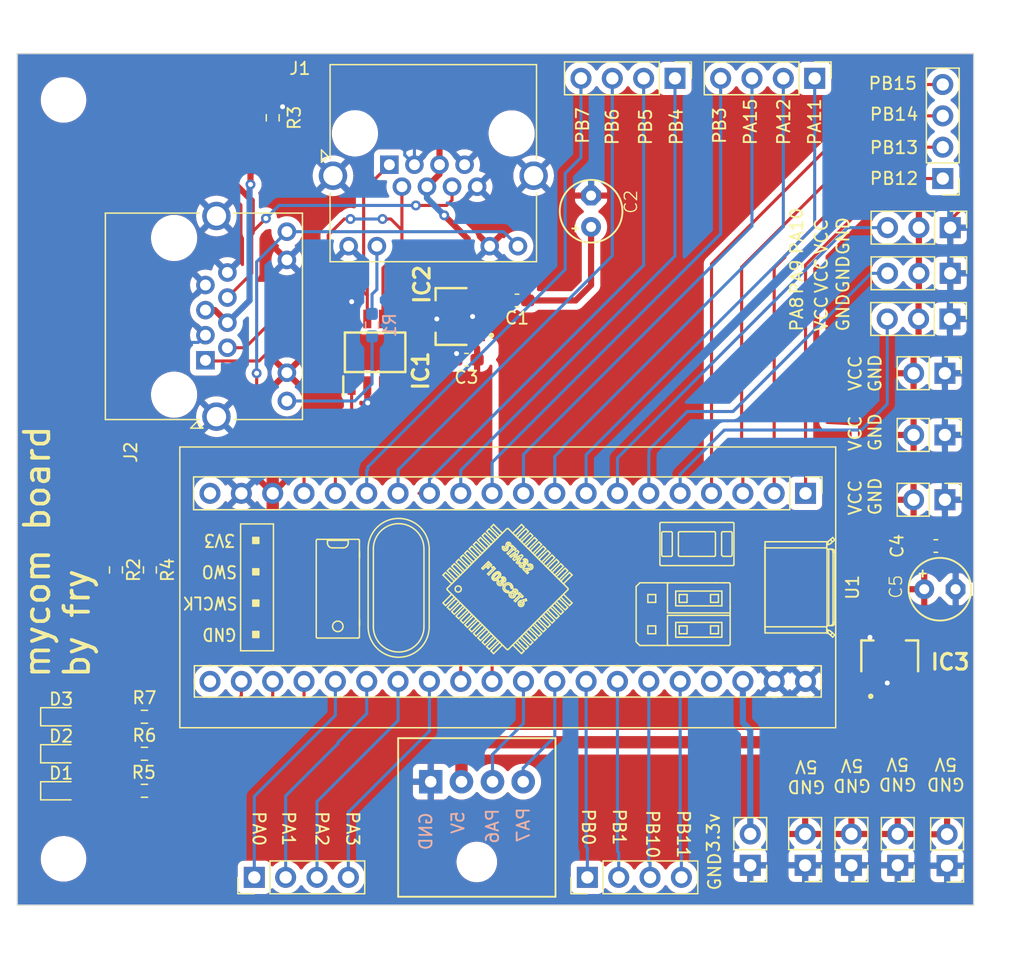
<source format=kicad_pcb>
(kicad_pcb (version 20221018) (generator pcbnew)
  (layers (0 "F.Cu" signal) (31 "B.Cu" signal) (34 "B.Paste" user) (35 "F.Paste" user) (36 "B.SilkS" user "B.Silkscreen") (37 "F.SilkS" user "F.Silkscreen") (38 "B.Mask" user) (39 "F.Mask" user) (44 "Edge.Cuts" user))
  (net 0 "")
  (net 1 "GND")
  (net 2 "5V")
  (net 3 "VCC")
  (net 4 "Net-(D1-A)")
  (net 5 "Net-(D2-A)")
  (net 6 "Net-(D3-A)")
  (net 7 "CAN_TX")
  (net 8 "CAN_RX")
  (net 9 "Net-(IC1-CANL)")
  (net 10 "Net-(IC1-CANH)")
  (net 11 "EMS_button")
  (net 12 "Net-(J1-Pad10)")
  (net 13 "LED_CAN")
  (net 14 "Net-(J2-Pad9)")
  (net 15 "servo0")
  (net 16 "servo1")
  (net 17 "servo2")
  (net 18 "Net-(J7-Pin_1)")
  (net 19 "Net-(J7-Pin_2)")
  (net 20 "Net-(J7-Pin_3)")
  (net 21 "Net-(J7-Pin_4)")
  (net 22 "Net-(J8-Pin_1)")
  (net 23 "Net-(J8-Pin_2)")
  (net 24 "Net-(J8-Pin_3)")
  (net 25 "Net-(J8-Pin_4)")
  (net 26 "/ENC_A")
  (net 27 "/ENC_B")
  (net 28 "Net-(J10-Pin_1)")
  (net 29 "Net-(J10-Pin_2)")
  (net 30 "Net-(J10-Pin_3)")
  (net 31 "Net-(J10-Pin_4)")
  (net 32 "Net-(J11-Pin_1)")
  (net 33 "Net-(J11-Pin_2)")
  (net 34 "Net-(J11-Pin_3)")
  (net 35 "Net-(J11-Pin_4)")
  (net 36 "Net-(J12-Pin_1)")
  (net 37 "Net-(J12-Pin_2)")
  (net 38 "Net-(J12-Pin_3)")
  (net 39 "Net-(J12-Pin_4)")
  (net 40 "3v3")
  (net 41 "EMS")
  (net 42 "LED0")
  (net 43 "LED1")
  (net 44 "LED2")
  (net 47 "/CAN_ENA")
  (net 48 "Net-(U1-PA5)")
  (footprint "Resistor_SMD:R_0603_1608Metric_Pad0.98x0.95mm_HandSolder" (layer "F.Cu") (at 57.80625 112.735625 180)
    (fp_text reference "R6")
    (fp_text value "1k")
  )
  (footprint "Connector_PinHeader_2.54mm:PinHeader_1x02_P2.54mm_Vertical" (layer "F.Cu") (at 115.1 121.775 180)
    (fp_text reference "J16" hide)
    (fp_text value "Conn_01x02_Pin")
  )
  (footprint "Resistor_SMD:R_0603_1608Metric_Pad0.98x0.95mm_HandSolder" (layer "F.Cu") (at 57.80625 109.735625 180)
    (fp_text reference "R7")
    (fp_text value "1k")
  )
  (footprint "Connector_PinHeader_2.54mm:PinHeader_1x04_P2.54mm_Vertical" (layer "F.Cu") (at 112.12 58 -90)
    (fp_text reference "J11" hide)
    (fp_text value "Conn_01x04_Pin")
  )
  (footprint "Connector_RJ:RJ45_Amphenol_RJHSE538X" (layer "F.Cu") (at 62.75 80.846 90)
    (fp_text reference "J2")
    (fp_text value "RJ45_LED_Shielded")
  )
  (footprint "MountingHole:MountingHole_3.2mm_M3" (layer "F.Cu") (at 51.25 121.25)
    (fp_text reference "H2" hide)
    (fp_text value "MountingHole")
  )
  (footprint "Connector_PinHeader_2.54mm:PinHeader_1x04_P2.54mm_Vertical" (layer "F.Cu") (at 93.7 122.75 90)
    (fp_text reference "J10" hide)
    (fp_text value "Conn_01x04_Pin")
  )
  (footprint "LED_SMD:LED_0603_1608Metric_Pad1.05x0.95mm_HandSolder" (layer "F.Cu") (at 51.05625 115.735625)
    (fp_text reference "D1")
    (fp_text value "D")
  )
  (footprint "LED_SMD:LED_0603_1608Metric_Pad1.05x0.95mm_HandSolder" (layer "F.Cu") (at 51.05625 112.735625)
    (fp_text reference "D2")
    (fp_text value "D")
  )
  (footprint "LED_SMD:LED_0603_1608Metric_Pad1.05x0.95mm_HandSolder" (layer "F.Cu") (at 51.05625 109.735625)
    (fp_text reference "D3")
    (fp_text value "D")
  )
  (footprint "Connector_PinHeader_2.54mm:PinHeader_1x04_P2.54mm_Vertical" (layer "F.Cu") (at 66.71 122.75 90)
    (fp_text reference "J7" hide)
    (fp_text value "Conn_01x04_Pin")
  )
  (footprint "Library:encoder_connect" (layer "F.Cu") (at 84.7462 118.25 180)
    (fp_text reference "J9" hide)
    (fp_text value "Conn_01x04_Pin")
  )
  (footprint "Connector_PinHeader_2.54mm:PinHeader_1x03_P2.54mm_Vertical" (layer "F.Cu") (at 123.08 77.5 -90)
    (fp_text reference "J3" hide)
    (fp_text value "Conn_01x03_Pin")
  )
  (footprint "Connector_PinHeader_2.54mm:PinHeader_1x04_P2.54mm_Vertical" (layer "F.Cu") (at 122.5 66.12 180)
    (fp_text reference "J12" hide)
    (fp_text value "Conn_01x04_Pin")
  )
  (footprint "Capacitor_SMD:C_0603_1608Metric_Pad1.08x0.95mm_HandSolder" (layer "F.Cu") (at 88 76 180)
    (fp_text reference "C1")
    (fp_text value "47u")
  )
  (footprint "Library:4-PIN-HSOP" (layer "F.Cu") (at 82.65 77.3 90)
    (fp_text reference "IC2")
    (fp_text value "TA78L05F_F_" hide)
  )
  (footprint "Library:big_cap" (layer "F.Cu") (at 97.73 68.008 90)
    (fp_text reference "C2")
    (fp_text value "100n")
  )
  (footprint "Connector_PinHeader_2.54mm:PinHeader_1x02_P2.54mm_Vertical" (layer "F.Cu") (at 106.9 121.775 180)
    (fp_text reference "J18" hide)
    (fp_text value "Conn_01x02_Pin")
  )
  (footprint "Library:NCV7351D1ER2G" (layer "F.Cu") (at 76.5 80.2 90)
    (fp_text reference "IC1")
    (fp_text value "NCV7351D1ER2G" hide)
  )
  (footprint "Connector_PinHeader_2.54mm:PinHeader_1x02_P2.54mm_Vertical" (layer "F.Cu") (at 122.675 86.9 -90)
    (fp_text reference "J19" hide)
    (fp_text value "Conn_01x02_Pin")
  )
  (footprint "Resistor_SMD:R_0603_1608Metric_Pad0.98x0.95mm_HandSolder" (layer "F.Cu") (at 58.25 97.8375 -90)
    (fp_text reference "R4")
    (fp_text value "100")
  )
  (footprint "Resistor_SMD:R_0603_1608Metric_Pad0.98x0.95mm_HandSolder" (layer "F.Cu") (at 57.80625 115.735625 180)
    (fp_text reference "R5")
    (fp_text value "1k")
  )
  (footprint "Connector_PinHeader_2.54mm:PinHeader_1x02_P2.54mm_Vertical" (layer "F.Cu") (at 122.675 81.9 -90)
    (fp_text reference "J6" hide)
    (fp_text value "Conn_01x02_Pin")
  )
  (footprint "Connector_PinHeader_2.54mm:PinHeader_1x02_P2.54mm_Vertical" (layer "F.Cu") (at 118.85 121.775 180)
    (fp_text reference "J15" hide)
    (fp_text value "Conn_01x02_Pin")
  )
  (footprint "Connector_PinHeader_2.54mm:PinHeader_1x03_P2.54mm_Vertical" (layer "F.Cu") (at 123.105 70.1 -90)
    (fp_text reference "J5" hide)
    (fp_text value "Conn_01x03_Pin")
  )
  (footprint "MountingHole:MountingHole_3.2mm_M3" (layer "F.Cu") (at 51.25 59.75)
    (fp_text reference "H1" hide)
    (fp_text value "MountingHole")
  )
  (footprint "Connector_PinHeader_2.54mm:PinHeader_1x02_P2.54mm_Vertical" (layer "F.Cu") (at 111.35 121.775 180)
    (fp_text reference "J17" hide)
    (fp_text value "Conn_01x02_Pin")
  )
  (footprint "Resistor_SMD:R_0603_1608Metric_Pad0.98x0.95mm_HandSolder" (layer "F.Cu") (at 55.5 97.8375 -90)
    (fp_text reference "R2")
    (fp_text value "1k")
  )
  (footprint "Resistor_SMD:R_0603_1608Metric_Pad0.98x0.95mm_HandSolder" (layer "F.Cu") (at 68.2 61.2 -90)
    (fp_text reference "R3")
    (fp_text value "100k")
  )
  (footprint "Library:big_cap" (layer "F.Cu") (at 123.032 103.13)
    (fp_text reference "C5")
    (fp_text value "100n")
  )
  (footprint "Capacitor_SMD:C_0603_1608Metric_Pad1.08x0.95mm_HandSolder" (layer "F.Cu") (at 83.9 80.8 180)
    (fp_text reference "C3")
    (fp_text value "330n")
  )
  (footprint "Library:YAAJ_BluePill_1" (layer "F.Cu") (at 111.38 91.63 -90)
    (fp_text reference "U1")
    (fp_text value "~" hide)
  )
  (footprint "Library:4-PIN-HSOP" (layer "F.Cu") (at 118.2 104.8)
    (fp_text reference "IC3")
    (fp_text value "TA78L05F_F_" hide)
  )
  (footprint "Connector_PinHeader_2.54mm:PinHeader_1x04_P2.54mm_Vertical" (layer "F.Cu") (at 100.8 58 -90)
    (fp_text reference "J8" hide)
    (fp_text value "Conn_01x04_Pin")
  )
  (footprint "Connector_PinHeader_2.54mm:PinHeader_1x02_P2.54mm_Vertical" (layer "F.Cu") (at 122.675 92.15 -90)
    (fp_text reference "J20" hide)
    (fp_text value "Conn_01x02_Pin")
  )
  (footprint "Connector_PinHeader_2.54mm:PinHeader_1x03_P2.54mm_Vertical" (layer "F.Cu") (at 123.105 73.8 -90)
    (fp_text reference "J4" hide)
    (fp_text value "Conn_01x03_Pin")
  )
  (footprint "Capacitor_SMD:C_0603_1608Metric_Pad1.08x0.95mm_HandSolder" (layer "F.Cu") (at 121.9375 95.9)
    (fp_text reference "C4")
    (fp_text value "47u")
  )
  (footprint "Connector_RJ:RJ45_Amphenol_RJHSE538X" (layer "F.Cu") (at 77.654 65)
    (fp_text reference "J1")
    (fp_text value "RJ45_LED_Shielded")
  )
  (footprint "Connector_PinHeader_2.54mm:PinHeader_1x02_P2.54mm_Vertical" (layer "F.Cu") (at 122.85 121.8 180)
    (fp_text reference "J14" hide)
    (fp_text value "Conn_01x02_Pin")
  )
  (footprint "Resistor_SMD:R_0603_1608Metric_Pad0.98x0.95mm_HandSolder" (layer "B.Cu") (at 76.25 78 90)
    (fp_text reference "R1")
    (fp_text value "100Ω")
  )
  (gr_line (start 47.5 125) (end 125 125) (stroke (width 0.1)) (layer "Edge.Cuts"))
  (gr_line (start 125 56) (end 47.5 56) (stroke (width 0.1)) (layer "Edge.Cuts"))
  (gr_line (start 125 125) (end 125 56) (stroke (width 0.1)) (layer "Edge.Cuts"))
  (gr_line (start 47.5 56) (end 47.5 125) (stroke (width 0.1)) (layer "Edge.Cuts"))
  (gr_text "PA6" (at 86.6 117.1 90) (layer "B.SilkS") (effects (font (size 1 1)) (justify left bottom mirror)))
  (gr_text "PA7" (at 89.1 117 90) (layer "B.SilkS") (effects (font (size 1 1)) (justify left bottom mirror)))
  (gr_text "5V" (at 83.8 117.3 -270) (layer "B.SilkS") (effects (font (size 1 1)) (justify left bottom mirror)))
  (gr_text "GND" (at 81.2 117.4 -270) (layer "B.SilkS") (effects (font (size 1 1)) (justify left bottom mirror)))
  (gr_text "PB10" (at 98.4 117.2 270) (layer "F.SilkS") (effects (font (size 1 1)) (justify left bottom)))
  (gr_text "GND\n5V" (at 122.75 113 180) (layer "F.SilkS") (effects (font (size 1 1)) (justify bottom)))
  (gr_text "PB1" (at 95.7 117.1 270) (layer "F.SilkS") (effects (font (size 1 1)) (justify left bottom)))
  (gr_text "PB7" (at 93.9 63.4 90) (layer "F.SilkS") (effects (font (size 1 1)) (justify left bottom)))
  (gr_text "PB14" (at 116.5 61.5) (layer "F.SilkS") (effects (font (size 1 1)) (justify left bottom)))
  (gr_text "PA9" (at 111.25 75.6 90) (layer "F.SilkS") (effects (font (size 1 1)) (justify left bottom)))
  (gr_text "GND" (at 115 75.5 90) (layer "F.SilkS") (effects (font (size 1 1)) (justify left bottom)))
  (gr_text "VCC" (at 113.25 75.5 90) (layer "F.SilkS") (effects (font (size 1 1)) (justify left bottom)))
  (gr_text "PB6" (at 96.3 63.5 90) (layer "F.SilkS") (effects (font (size 1 1)) (justify left bottom)))
  (gr_text "GND" (at 104.6 123.9 90) (layer "F.SilkS") (effects (font (size 1 1)) (justify left bottom)))
  (gr_text "PA2" (at 71.6 117.3 270) (layer "F.SilkS") (effects (font (size 1 1)) (justify left bottom)))
  (gr_text "GND\n5V" (at 115.15 113.1 180) (layer "F.SilkS") (effects (font (size 1 1)) (justify bottom)))
  (gr_text "PB4" (at 101.5 63.5 90) (layer "F.SilkS") (effects (font (size 1 1)) (justify left bottom)))
  (gr_text "3.3v" (at 104.5 120.8 90) (layer "F.SilkS") (effects (font (size 1 1)) (justify left bottom)))
  (gr_text "VCC\nGND" (at 117.6 93.5 90) (layer "F.SilkS") (effects (font (size 1 1)) (justify left bottom)))
  (gr_text "GND" (at 115 72.4 90) (layer "F.SilkS") (effects (font (size 1 1)) (justify left bottom)))
  (gr_text "PA10" (at 111.25 72.35 90) (layer "F.SilkS") (effects (font (size 1 1)) (justify left bottom)))
  (gr_text "PB13" (at 116.5 64.2) (layer "F.SilkS") (effects (font (size 1 1)) (justify left bottom)))
  (gr_text "PA12" (at 110.2 63.5 90) (layer "F.SilkS") (effects (font (size 1 1)) (justify left bottom)))
  (gr_text "VCC\nGND" (at 117.6 88.3 90) (layer "F.SilkS") (effects (font (size 1 1)) (justify left bottom)))
  (gr_text "GND\n5V" (at 118.85 113 180) (layer "F.SilkS") (effects (font (size 1 1)) (justify bottom)))
  (gr_text "GND\n5V" (at 111.45 113.2 180) (layer "F.SilkS") (effects (font (size 1 1)) (justify bottom)))
  (gr_text "mycom board\nby fry" (at 53.5 106.75 90) (layer "F.SilkS") (effects (font (size 2 2) (thickness 0.3)) (justify left bottom)))
  (gr_text "VCC" (at 113.25 72.35 90) (layer "F.SilkS") (effects (font (size 1 1)) (justify left bottom)))
  (gr_text "GND" (at 115 78.6 90) (layer "F.SilkS") (effects (font (size 1 1)) (justify left bottom)))
  (gr_text "PB15" (at 116.4 59) (layer "F.SilkS") (effects (font (size 1 1)) (justify left bottom)))
  (gr_text "PB5" (at 99 63.5 90) (layer "F.SilkS") (effects (font (size 1 1)) (justify left bottom)))
  (gr_text "PA15" (at 107.5 63.5 90) (layer "F.SilkS") (effects (font (size 1 1)) (justify left bottom)))
  (gr_text "VCC\nGND" (at 117.6 81.9 90) (layer "F.SilkS") (effects (font (size 1 1)) (justify bottom)))
  (gr_text "PA11" (at 112.7 63.5 90) (layer "F.SilkS") (effects (font (size 1 1)) (justify left bottom)))
  (gr_text "PA3" (at 74.1 117.3 270) (layer "F.SilkS") (effects (font (size 1 1)) (justify left bottom)))
  (gr_text "PB11" (at 100.9 117.2 270) (layer "F.SilkS") (effects (font (size 1 1)) (justify left bottom)))
  (gr_text "VCC" (at 113.25 78.6 90) (layer "F.SilkS") (effects (font (size 1 1)) (justify left bottom)))
  (gr_text "PA8" (at 111.25 78.6 90) (layer "F.SilkS") (effects (font (size 1 1)) (justify left bottom)))
  (gr_text "PB12" (at 116.5 66.7) (layer "F.SilkS") (effects (font (size 1 1)) (justify left bottom)))
  (gr_text "PA1" (at 68.9 117.3 270) (layer "F.SilkS") (effects (font (size 1 1)) (justify left bottom)))
  (gr_text "PA0" (at 66.5 117.3 270) (layer "F.SilkS") (effects (font (size 1 1)) (justify left bottom)))
  (gr_text "PB3" (at 105 63.4 90) (layer "F.SilkS") (effects (font (size 1 1)) (justify left bottom)))
  (gr_text "PB0" (at 93.2 117.1 270) (layer "F.SilkS") (effects (font (size 1 1)) (justify left bottom)))
  (segment (start 123.105 73.8) (end 123.105 70.1) (width 0.25) (layer "F.Cu") (net 1))
  (segment (start 116.975 103.675) (end 116.6 103.3) (width 0.25) (layer "F.Cu") (net 1))
  (segment (start 122.675 86.9) (end 122.675 81.9) (width 0.25) (layer "F.Cu") (net 1))
  (segment (start 123.105 69.495) (end 124 68.6) (width 0.25) (layer "F.Cu") (net 1))
  (segment (start 123.105 73.8) (end 123.105 76.195) (width 0.25) (layer "F.Cu") (net 1))
  (segment (start 75.865 84.265) (end 75.9 84.3) (width 0.25) (layer "F.Cu") (net 1))
  (segment (start 118.2 106.8) (end 118 107) (width 0.5) (layer "F.Cu") (net 1))
  (segment (start 74.595 77.5) (end 74.595 76.105) (width 0.25) (layer "F.Cu") (net 1))
  (segment (start 83.0375 80.3625) (end 83.1 80.3) (width 0.25) (layer "F.Cu") (net 1))
  (segment (start 74.595 76.105) (end 74.6 76.1) (width 0.25) (layer "F.Cu") (net 1))
  (segment (start 122.675 94.375) (end 122.8 94.5) (width 0.25) (layer "F.Cu") (net 1))
  (segment (start 123.08 76.22) (end 123.08 77.5) (width 0.25) (layer "F.Cu") (net 1))
  (segment (start 118.2 106.55) (end 118.2 106.8) (width 0.5) (layer "F.Cu") (net 1))
  (segment (start 122.675 86.9) (end 122.675 94.375) (width 0.25) (layer "F.Cu") (net 1))
  (segment (start 123.08 79.62) (end 123.08 77.5) (width 0.25) (layer "F.Cu") (net 1))
  (segment (start 81.525 77.475) (end 81.5 77.5) (width 0.25) (layer "F.Cu") (net 1))
  (segment (start 68.9875 60.2875) (end 69 60.3) (width 0.25) (layer "F.Cu") (net 1))
  (segment (start 118.2 103.675) (end 116.975 103.675) (width 0.25) (layer "F.Cu") (net 1))
  (segment (start 123.105 76.195) (end 123.08 76.22) (width 0.25) (layer "F.Cu") (net 1))
  (segment (start 83.0375 80.8) (end 83.0375 80.3625) (width 0.25) (layer "F.Cu") (net 1))
  (segment (start 75.865 82.9) (end 75.865 84.265) (width 0.25) (layer "F.Cu") (net 1))
  (segment (start 122.8 94.5) (end 122.8 95.9) (width 0.25) (layer "F.Cu") (net 1))
  (segment (start 122.675 80.025) (end 123.08 79.62) (width 0.25) (layer "F.Cu") (net 1))
  (segment (start 122.675 81.9) (end 122.675 80.025) (width 0.25) (layer "F.Cu") (net 1))
  (segment (start 68.2 60.2875) (end 68.9875 60.2875) (width 0.25) (layer "F.Cu") (net 1))
  (segment (start 87.1375 76) (end 87.1375 76.1625) (width 0.25) (layer "F.Cu") (net 1))
  (segment (start 81.525 77.3) (end 81.525 77.475) (width 0.25) (layer "F.Cu") (net 1))
  (via (at 75.9 84.3) (size 0.8) (drill 0.4) (layers "F.Cu" "B.Cu") (net 1))
  (via (at 81.5 77.5) (size 0.8) (drill 0.4) (layers "F.Cu" "B.Cu") (net 1))
  (via (at 84.4 77.3) (size 0.8) (drill 0.4) (layers "F.Cu" "B.Cu") (net 1))
  (via (at 74.6 76.1) (size 0.8) (drill 0.4) (layers "F.Cu" "B.Cu") (net 1))
  (via (at 83.1 80.3) (size 0.8) (drill 0.4) (layers "F.Cu" "B.Cu") (net 1))
  (via (at 116.6 103.3) (size 0.8) (drill 0.4) (layers "F.Cu" "B.Cu") (net 1))
  (via (at 69 60.3) (size 0.8) (drill 0.4) (layers "F.Cu" "B.Cu") (net 1))
  (via (at 118 107) (size 0.8) (drill 0.4) (layers "F.Cu" "B.Cu") (net 1))
  (segment (start 62.75 78.814) (end 62.164 79.4) (width 0.25) (layer "B.Cu") (net 1))
  (segment (start 79.686 65) (end 78.9 64.214) (width 0.25) (layer "B.Cu") (net 1))
  (segment (start 79.686 65) (end 79.686 63.614) (width 0.25) (layer "B.Cu") (net 1))
  (segment (start 62.164 79.4) (end 61.6 79.4) (width 0.25) (layer "B.Cu") (net 1))
  (segment (start 123.21 70.025) (end 123.185 70) (width 0.5) (layer "B.Cu") (net 1))
  (segment (start 78.9 64.214) (end 78.9 63.8) (width 0.25) (layer "B.Cu") (net 1))
  (segment (start 115.7 106.8) (end 115.1 106.2) (width 1) (layer "F.Cu") (net 2))
  (segment (start 108 95.2) (end 69.2 95.2) (width 1) (layer "F.Cu") (net 2))
  (segment (start 84.7625 79.8625) (end 84.7625 80.8) (width 0.5) (layer "F.Cu") (net 2))
  (segment (start 84.7 111.8) (end 111 111.8) (width 1) (layer "F.Cu") (net 2))
  (segment (start 83.4962 115) (end 83.4962 113.0038) (width 1) (layer "F.Cu") (net 2))
  (segment (start 83.4962 113.0038) (end 84.7 111.8) (width 1) (layer "F.Cu") (net 2))
  (segment (start 84.65 78.8) (end 84.65 79.75) (width 0.5) (layer "F.Cu") (net 2))
  (segment (start 83.3 78.8) (end 83 79.1) (width 0.5) (layer "F.Cu") (net 2))
  (segment (start 115.1 102.3) (end 108 95.2) (width 1) (layer "F.Cu") (net 2))
  (segment (start 84.65 79.75) (end 84.7625 79.8625) (width 0.5) (layer "F.Cu") (net 2))
  (segment (start 69.2 95.2) (end 68.2 94.2) (width 1) (layer "F.Cu") (net 2))
  (segment (start 115.1 106.2) (end 115.1 102.3) (width 1) (layer "F.Cu") (net 2))
  (segment (start 78.405 78.25) (end 78.405 77.5) (width 0.5) (layer "F.Cu") (net 2))
  (segment (start 116.7 106.8) (end 115.7 106.8) (width 1) (layer "F.Cu") (net 2))
  (segment (start 83 79.1) (end 79.255 79.1) (width 0.5) (layer "F.Cu") (net 2))
  (segment (start 84.65 78.8) (end 83.3 78.8) (width 0.5) (layer "F.Cu") (net 2))
  (segment (start 79.255 79.1) (end 78.405 78.25) (width 0.5) (layer "F.Cu") (net 2))
  (segment (start 68.2 94.2) (end 68.2 90) (width 1) (layer "F.Cu") (net 2))
  (segment (start 56.89375 115.735625) (end 51.93125 115.735625) (width 0.25) (layer "F.Cu") (net 4))
  (segment (start 56.89375 112.735625) (end 51.93125 112.735625) (width 0.25) (layer "F.Cu") (net 5))
  (segment (start 56.89375 109.735625) (end 51.93125 109.735625) (width 0.25) (layer "F.Cu") (net 6))
  (segment (start 74.595 84.905) (end 70.74 88.76) (width 0.25) (layer "F.Cu") (net 7))
  (segment (start 74.595 82.9) (end 74.595 84.905) (width 0.25) (layer "F.Cu") (net 7))
  (segment (start 70.74 88.76) (end 70.74 91.63) (width 0.25) (layer "F.Cu") (net 7))
  (segment (start 78.405 83.995) (end 73.28 89.12) (width 0.25) (layer "F.Cu") (net 8))
  (segment (start 73.28 89.12) (end 73.28 91.63) (width 0.25) (layer "F.Cu") (net 8))
  (segment (start 78.405 82.9) (end 78.405 83.995) (width 0.25) (layer "F.Cu") (net 8))
  (segment (start 72.7 73.1) (end 72.7 70.7) (width 0.25) (layer "F.Cu") (net 9))
  (segment (start 78.67 70.3) (end 78.67 71.83) (width 0.25) (layer "F.Cu") (net 9))
  (segment (start 64.53 79.83) (end 65.97 79.83) (width 0.25) (layer "F.Cu") (net 9))
  (segment (start 78.67 66.78) (end 78.67 70.3) (width 0.25) (layer "F.Cu") (net 9))
  (segment (start 77.135 73.365) (end 77.135 77.5) (width 0.25) (layer "F.Cu") (net 9))
  (segment (start 72.7 70.7) (end 74 69.4) (width 0.25) (layer "F.Cu") (net 9))
  (segment (start 77.1 69.4) (end 77.77 69.4) (width 0.25) (layer "F.Cu") (net 9))
  (segment (start 65.97 79.83) (end 72.7 73.1) (width 0.25) (layer "F.Cu") (net 9))
  (segment (start 74 69.4) (end 74.5 69.4) (width 0.25) (layer "F.Cu") (net 9))
  (segment (start 77.77 69.4) (end 78.67 70.3) (width 0.25) (layer "F.Cu") (net 9))
  (segment (start 78.67 71.83) (end 77.135 73.365) (width 0.25) (layer "F.Cu") (net 9))
  (via (at 74.5 69.4) (size 0.8) (drill 0.4) (layers "F.Cu" "B.Cu") (net 9))
  (via (at 77.1 69.4) (size 0.8) (drill 0.4) (layers "F.Cu" "B.Cu") (net 9))
  (segment (start 74.5 69.4) (end 77.1 69.4) (width 0.25) (layer "B.Cu") (net 9))
  (segment (start 74.965 74.7) (end 75.865 75.6) (width 0.25) (layer "F.Cu") (net 10))
  (segment (start 62.75 80.846) (end 62.809 80.905) (width 0.25) (layer "F.Cu") (net 10))
  (segment (start 75.569 67.085) (end 75.569 73.569) (width 0.25) (layer "F.Cu") (net 10))
  (segment (start 73.3 74.7) (end 74.965 74.7) (width 0.25) (layer "F.Cu") (net 10))
  (segment (start 67.095 80.905) (end 73.3 74.7) (width 0.25) (layer "F.Cu") (net 10))
  (segment (start 75.865 73.865) (end 75.865 75.6) (width 0.25) (layer "F.Cu") (net 10))
  (segment (start 75.569 73.569) (end 75.865 73.865) (width 0.25) (layer "F.Cu") (net 10))
  (segment (start 77.654 65) (end 75.569 67.085) (width 0.25) (layer "F.Cu") (net 10))
  (segment (start 62.809 80.905) (end 67.095 80.905) (width 0.25) (layer "F.Cu") (net 10))
  (segment (start 75.865 75.6) (end 75.865 77.5) (width 0.25) (layer "F.Cu") (net 10))
  (segment (start 82.3 68.3) (end 79.8 68.3) (width 0.25) (layer "F.Cu") (net 11))
  (segment (start 64.4 65.8) (end 64.5 65.9) (width 0.25) (layer "F.Cu") (net 11))
  (segment (start 59.5 64) (end 62.55 64) (width 0.25) (layer "F.Cu") (net 11))
  (segment (start 64.5 65.9) (end 66.5 67.9) (width 0.5) (layer "F.Cu") (net 11))
  (segment (start 62.575 63.975) (end 64.5 65.9) (width 0.25) (layer "F.Cu") (net 11))
  (segment (start 66.5 70.5) (end 66.5 73.796) (width 0.25) (layer "F.Cu") (net 11))
  (segment (start 66.5 67.9) (end 66.5 70.5) (width 0.5) (layer "F.Cu") (net 11))
  (segment (start 55.5 96.925) (end 55.5 68) (width 0.25) (layer "F.Cu") (net 11))
  (segment (start 82.734 66.78) (end 82.734 67.866) (width 0.25) (layer "F.Cu") (net 11))
  (segment (start 64.4 64.3) (end 64.4 65.8) (width 0.25) (layer "F.Cu") (net 11))
  (segment (start 82.734 67.866) (end 82.3 68.3) (width 0.25) (layer "F.Cu") (net 11))
  (segment (start 62.55 64) (end 62.575 63.975) (width 0.25) (layer "F.Cu") (net 11))
  (segment (start 55.5 68) (end 59.5 64) (width 0.25) (layer "F.Cu") (net 11))
  (segment (start 68.2 62.1125) (end 66.5875 62.1125) (width 0.25) (layer "F.Cu") (net 11))
  (segment (start 66.5875 62.1125) (end 64.4 64.3) (width 0.25) (layer "F.Cu") (net 11))
  (segment (start 66.5 73.796) (end 64.53 75.766) (width 0.25) (layer "F.Cu") (net 11))
  (segment (start 67.65 69.35) (end 66.5 70.5) (width 0.25) (layer "F.Cu") (net 11))
  (via (at 67.65 69.35) (size 0.8) (drill 0.4) (layers "F.Cu" "B.Cu") (net 11))
  (via (at 79.8 68.3) (size 0.8) (drill 0.4) (layers "F.Cu" "B.Cu") (net 11))
  (segment (start 68.7 68.3) (end 79.8 68.3) (width 0.25) (layer "B.Cu") (net 11))
  (segment (start 67.65 69.35) (end 68.7 68.3) (width 0.25) (layer "B.Cu") (net 11))
  (segment (start 76.644 71.6) (end 76.644 75.106) (width 0.25) (layer "B.Cu") (net 12))
  (segment (start 76.25 75.5) (end 76.25 77.0875) (width 0.25) (layer "B.Cu") (net 12))
  (segment (start 76.644 75.106) (end 76.25 75.5) (width 0.25) (layer "B.Cu") (net 12))
  (segment (start 66.9 81.9) (end 66.9 84.8) (width 0.25) (layer "F.Cu") (net 13))
  (segment (start 66.9 84.8) (end 58.25 93.45) (width 0.25) (layer "F.Cu") (net 13))
  (segment (start 58.25 93.45) (end 58.25 93.7) (width 0.25) (layer "F.Cu") (net 13))
  (segment (start 58.25 93.7) (end 58.25 96.925) (width 0.25) (layer "F.Cu") (net 13))
  (via (at 66.9 81.9) (size 0.8) (drill 0.4) (layers "F.Cu" "B.Cu") (net 13))
  (segment (start 69.35 70.426) (end 66.9 72.876) (width 0.25) (layer "B.Cu") (net 13))
  (segment (start 86.9 70.426) (end 69.35 70.426) (width 0.25) (layer "B.Cu") (net 13))
  (segment (start 88.074 71.6) (end 86.9 70.426) (width 0.25) (layer "B.Cu") (net 13))
  (segment (start 66.9 72.876) (end 66.9 81.9) (width 0.25) (layer "B.Cu") (net 13))
  (segment (start 76.25 82.75) (end 74.854 84.146) (width 0.25) (layer "B.Cu") (net 14))
  (segment (start 76.25 78.9125) (end 76.25 82.75) (width 0.25) (layer "B.Cu") (net 14))
  (segment (start 74.854 84.146) (end 69.35 84.146) (width 0.25) (layer "B.Cu") (net 14))
  (segment (start 118 84.4) (end 115.9 86.5) (width 0.25) (layer "B.Cu") (net 15))
  (segment (start 104.8 86.5) (end 101.22 90.08) (width 0.25) (layer "B.Cu") (net 15))
  (segment (start 118 77.5) (end 118 84.4) (width 0.25) (layer "B.Cu") (net 15))
  (segment (start 115.9 86.5) (end 104.8 86.5) (width 0.25) (layer "B.Cu") (net 15))
  (segment (start 101.22 90.08) (end 101.22 91.63) (width 0.25) (layer "B.Cu") (net 15))
  (segment (start 116.7 73.8) (end 118.025 73.8) (width 0.25) (layer "B.Cu") (net 16))
  (segment (start 98.68 88.52) (end 98.7 88.5) (width 0.25) (layer "B.Cu") (net 16))
  (segment (start 101.8 85) (end 105.5 85) (width 0.25) (layer "B.Cu") (net 16))
  (segment (start 105.5 85) (end 116.7 73.8) (width 0.25) (layer "B.Cu") (net 16))
  (segment (start 98.7 88.5) (end 98.7 88.1) (width 0.25) (layer "B.Cu") (net 16))
  (segment (start 98.7 88.1) (end 101.8 85) (width 0.25) (layer "B.Cu") (net 16))
  (segment (start 98.68 91.63) (end 98.68 88.52) (width 0.25) (layer "B.Cu") (net 16))
  (segment (start 96.14 88.76) (end 96.14 91.63) (width 0.25) (layer "B.Cu") (net 17))
  (segment (start 118.025 70.1) (end 114.8 70.1) (width 0.25) (layer "B.Cu") (net 17))
  (segment (start 114.8 70.1) (end 96.14 88.76) (width 0.25) (layer "B.Cu") (net 17))
  (segment (start 73.28 109.62) (end 66.71 116.19) (width 0.25) (layer "B.Cu") (net 18))
  (segment (start 73.28 106.87) (end 73.28 109.62) (width 0.25) (layer "B.Cu") (net 18))
  (segment (start 66.71 116.19) (end 66.71 122.75) (width 0.25) (layer "B.Cu") (net 18))
  (segment (start 73.5 111.9) (end 73.5 111.8) (width 0.25) (layer "B.Cu") (net 19))
  (segment (start 69.25 116.15) (end 73.5 111.9) (width 0.25) (layer "B.Cu") (net 19))
  (segment (start 69.25 122.75) (end 69.25 116.15) (width 0.25) (layer "B.Cu") (net 19))
  (segment (start 75.82 109.48) (end 75.82 106.87) (width 0.25) (layer "B.Cu") (net 19))
  (segment (start 73.5 111.8) (end 75.82 109.48) (width 0.25) (layer "B.Cu") (net 19))
  (segment (start 71.79 116.61) (end 78.36 110.04) (width 0.25) (layer "B.Cu") (net 20))
  (segment (start 71.79 122.75) (end 71.79 116.61) (width 0.25) (layer "B.Cu") (net 20))
  (segment (start 78.36 110.04) (end 78.36 106.87) (width 0.25) (layer "B.Cu") (net 20))
  (segment (start 74.33 117.47) (end 74.33 122.75) (width 0.25) (layer "B.Cu") (net 21))
  (segment (start 80.9 106.87) (end 80.9 110.9) (width 0.25) (layer "B.Cu") (net 21))
  (segment (start 80.9 110.9) (end 74.33 117.47) (width 0.25) (layer "B.Cu") (net 21))
  (segment (start 100.8 72.4) (end 83.44 89.76) (width 0.25) (layer "B.Cu") (net 22))
  (segment (start 83.44 89.76) (end 83.44 91.63) (width 0.25) (layer "B.Cu") (net 22))
  (segment (start 100.8 58) (end 100.8 72.4) (width 0.25) (layer "B.Cu") (net 22))
  (segment (start 80.9 91.63) (end 80.05 91.63) (width 0.25) (layer "F.Cu") (net 23))
  (segment (start 80.9 90.5) (end 98.26 73.14) (width 0.25) (layer "B.Cu") (net 23))
  (segment (start 98.26 73.14) (end 98.26 58) (width 0.25) (layer "B.Cu") (net 23))
  (segment (start 80.9 91.63) (end 80.9 90.5) (width 0.25) (layer "B.Cu") (net 23))
  (segment (start 78.36 89.74) (end 95.72 72.38) (width 0.25) (layer "B.Cu") (net 24))
  (segment (start 78.36 91.63) (end 78.36 89.74) (width 0.25) (layer "B.Cu") (net 24))
  (segment (start 95.72 72.38) (end 95.72 58) (width 0.25) (layer "B.Cu") (net 24))
  (segment (start 75.9 89.5) (end 75.9 89.7) (width 0.25) (layer "B.Cu") (net 25))
  (segment (start 75.9 89.7) (end 75.82 89.78) (width 0.25) (layer "B.Cu") (net 25))
  (segment (start 93.18 58) (end 93.18 64.42) (width 0.25) (layer "B.Cu") (net 25))
  (segment (start 91.9 73.5) (end 75.9 89.5) (width 0.25) (layer "B.Cu") (net 25))
  (segment (start 91.9 65.7) (end 91.9 73.5) (width 0.25) (layer "B.Cu") (net 25))
  (segment (start 93.18 64.42) (end 91.9 65.7) (width 0.25) (layer "B.Cu") (net 25))
  (segment (start 75.82 89.78) (end 75.82 91.63) (width 0.25) (layer "B.Cu") (net 25))
  (segment (start 88.52 110.28) (end 86.0108 112.7892) (width 0.25) (layer "B.Cu") (net 26))
  (segment (start 86.0108 112.7892) (end 86.0108 115) (width 0.25) (layer "B.Cu") (net 26))
  (segment (start 88.52 106.87) (end 88.52 110.28) (width 0.25) (layer "B.Cu") (net 26))
  (segment (start 91.06 111.34) (end 88.5 113.9) (width 0.25) (layer "B.Cu") (net 27))
  (segment (start 88.5 113.9) (end 88.5 115) (width 0.25) (layer "B.Cu") (net 27))
  (segment (start 91.06 106.87) (end 91.06 111.34) (width 0.25) (layer "B.Cu") (net 27))
  (segment (start 94.21 122.97) (end 94.24 123) (width 0.25) (layer "F.Cu") (net 28))
  (segment (start 93.7 120.4) (end 93.7 122.75) (width 0.25) (layer "B.Cu") (net 28))
  (segment (start 93.6 120.3) (end 93.7 120.4) (width 0.25) (layer "B.Cu") (net 28))
  (segment (start 93.6 106.87) (end 93.6 120.3) (width 0.25) (layer "B.Cu") (net 28))
  (segment (start 96.75 122.97) (end 96.78 123) (width 0.25) (layer "F.Cu") (net 29))
  (segment (start 96.14 120.64) (end 96.24 120.74) (width 0.25) (layer "B.Cu") (net 29))
  (segment (start 96.14 106.87) (end 96.14 120.64) (width 0.25) (layer "B.Cu") (net 29))
  (segment (start 96.24 120.74) (end 96.24 122.75) (width 0.25) (layer "B.Cu") (net 29))
  (segment (start 99.29 122.97) (end 99.32 123) (width 0.25) (layer "F.Cu") (net 30))
  (segment (start 98.68 106.87) (end 98.68 121.48) (width 0.25) (layer "B.Cu") (net 30))
  (segment (start 98.78 121.58) (end 98.78 122.75) (width 0.25) (layer "B.Cu") (net 30))
  (segment (start 98.68 121.48) (end 98.78 121.58) (width 0.25) (layer "B.Cu") (net 30))
  (segment (start 101.22 120.72) (end 101.32 120.82) (width 0.25) (layer "B.Cu") (net 31))
  (segment (start 101.22 106.87) (end 101.22 120.72) (width 0.25) (layer "B.Cu") (net 31))
  (segment (start 101.32 120.82) (end 101.32 122.75) (width 0.25) (layer "B.Cu") (net 31))
  (segment (start 93.6 91.63) (end 93.6 88.5) (width 0.25) (layer "B.Cu") (net 32))
  (segment (start 112.12 69.98) (end 112.12 58) (width 0.25) (layer "B.Cu") (net 32))
  (segment (start 93.6 88.5) (end 112.12 69.98) (width 0.25) (layer "B.Cu") (net 32))
  (segment (start 91.7 87.9) (end 109.58 70.02) (width 0.25) (layer "B.Cu") (net 33))
  (segment (start 91.7 88) (end 91.7 87.9) (width 0.25) (layer "B.Cu") (net 33))
  (segment (start 109.58 70.02) (end 109.58 58) (width 0.25) (layer "B.Cu") (net 33))
  (segment (start 91.06 91.63) (end 91.06 88.64) (width 0.25) (layer "B.Cu") (net 33))
  (segment (start 91.06 88.64) (end 91.7 88) (width 0.25) (layer "B.Cu") (net 33))
  (segment (start 107.04 69.96) (end 88.52 88.48) (width 0.25) (layer "B.Cu") (net 34))
  (segment (start 88.52 88.48) (end 88.52 91.63) (width 0.25) (layer "B.Cu") (net 34))
  (segment (start 107.04 58) (end 107.04 69.96) (width 0.25) (layer "B.Cu") (net 34))
  (segment (start 104.5 70.6) (end 85.98 89.12) (width 0.25) (layer "B.Cu") (net 35))
  (segment (start 104.5 58) (end 104.5 70.6) (width 0.25) (layer "B.Cu") (net 35))
  (segment (start 85.98 89.12) (end 85.98 91.63) (width 0.25) (layer "B.Cu") (net 35))
  (segment (start 118.38 66.12) (end 111.38 73.12) (width 0.25) (layer "F.Cu") (net 36))
  (segment (start 122.5 66.12) (end 118.38 66.12) (width 0.25) (layer "F.Cu") (net 36))
  (segment (start 111.38 73.12) (end 111.38 91.63) (width 0.25) (layer "F.Cu") (net 36))
  (segment (start 108.84 91.63) (end 108.84 73.36) (width 0.25) (layer "F.Cu") (net 37))
  (segment (start 109.7 72.4) (end 118.52 63.58) (width 0.25) (layer "F.Cu") (net 37))
  (segment (start 118.52 63.58) (end 122.5 63.58) (width 0.25) (layer "F.Cu") (net 37))
  (segment (start 109.7 72.5) (end 109.7 72.4) (width 0.25) (layer "F.Cu") (net 37))
  (segment (start 108.84 73.36) (end 109.7 72.5) (width 0.25) (layer "F.Cu") (net 37))
  (segment (start 106.2 73.3) (end 106.2 90.2) (width 0.25) (layer "F.Cu") (net 38))
  (segment (start 106.2 90.2) (end 106.3 90.3) (width 0.25) (layer "F.Cu") (net 38))
  (segment (start 118.46 61.04) (end 106.2 73.3) (width 0.25) (layer "F.Cu") (net 38))
  (segment (start 122.5 61.04) (end 118.46 61.04) (width 0.25) (layer "F.Cu") (net 38))
  (segment (start 106.3 90.3) (end 106.3 91.63) (width 0.25) (layer "F.Cu") (net 38))
  (segment (start 103.76 73.04) (end 103.76 91.63) (width 0.25) (layer "F.Cu") (net 39))
  (segment (start 122.5 58.5) (end 118.3 58.5) (width 0.25) (layer "F.Cu") (net 39))
  (segment (start 118.3 58.5) (end 103.76 73.04) (width 0.25) (layer "F.Cu") (net 39))
  (segment (start 106.9 110.8) (end 106.9 119.235) (width 0.5) (layer "B.Cu") (net 40))
  (segment (start 106.3 106.87) (end 106.3 110.2) (width 0.5) (layer "B.Cu") (net 40))
  (segment (start 106.3 110.2) (end 106.9 110.8) (width 0.5) (layer "B.Cu") (net 40))
  (segment (start 83.44 106.87) (end 83.44 105.04) (width 0.25) (layer "F.Cu") (net 41))
  (segment (start 55.5 99.7) (end 55.5 98.75) (width 0.25) (layer "F.Cu") (net 41))
  (segment (start 60.3 104.5) (end 55.5 99.7) (width 0.25) (layer "F.Cu") (net 41))
  (segment (start 83.44 105.04) (end 82.9 104.5) (width 0.25) (layer "F.Cu") (net 41))
  (segment (start 82.9 104.5) (end 60.3 104.5) (width 0.25) (layer "F.Cu") (net 41))
  (segment (start 64.664375 115.735625) (end 58.71875 115.735625) (width 0.25) (layer "F.Cu") (net 42))
  (segment (start 70.74 109.66) (end 64.664375 115.735625) (width 0.25) (layer "F.Cu") (net 42))
  (segment (start 70.74 106.87) (end 70.74 109.66) (width 0.25) (layer "F.Cu") (net 42))
  (segment (start 63.564375 112.735625) (end 58.71875 112.735625) (width 0.25) (layer "F.Cu") (net 43))
  (segment (start 68.2 106.87) (end 68.2 108.1) (width 0.25) (layer "F.Cu") (net 43))
  (segment (start 68.2 108.1) (end 63.564375 112.735625) (width 0.25) (layer "F.Cu") (net 43))
  (segment (start 63.964375 109.735625) (end 58.71875 109.735625) (width 0.25) (layer "F.Cu") (net 44))
  (segment (start 65.66 106.87) (end 65.66 108.04) (width 0.25) (layer "F.Cu") (net 44))
  (segment (start 65.66 108.04) (end 63.964375 109.735625) (width 0.25) (layer "F.Cu") (net 44))
  (segment (start 84.65 73.85) (end 84.65 74.3) (width 0.5) (layer "F.Cu") (net 47))
  (segment (start 84.65 74.3) (end 88.3 74.3) (width 0.5) (layer "F.Cu") (net 47))
  (segment (start 62.75 76.782) (end 63.514 76.782) (width 0.5) (layer "F.Cu") (net 47))
  (segment (start 84 73.2) (end 84.65 73.85) (width 0.5) (layer "F.Cu") (net 47))
  (segment (start 79.9 61.3) (end 78.5 59.9) (width 0.5) (layer "F.Cu") (net 47))
  (segment (start 92.75 76) (end 94 74.75) (width 0.5) (layer "F.Cu") (net 47))
  (segment (start 81.718 65) (end 81.718 63.118) (width 0.5) (layer "F.Cu") (net 47))
  (segment (start 94 74.75) (end 94 70.04) (width 0.5) (layer "F.Cu") (net 47))
  (segment (start 88.3 74.3) (end 88.8625 74.8625) (width 0.5) (layer "F.Cu") (net 47))
  (segment (start 88.8625 76) (end 92.75 76) (width 0.5) (layer "F.Cu") (net 47))
  (segment (start 63.514 76.782) (end 64.53 77.798) (width 0.5) (layer "F.Cu") (net 47))
  (segment (start 78.5 59.9) (end 72.2 59.9) (width 0.5) (layer "F.Cu") (net 47))
  (segment (start 81.718 65) (end 81.718 65.764) (width 0.5) (layer "F.Cu") (net 47))
  (segment (start 84.65 74.3) (end 84.65 75.8) (width 0.5) (layer "F.Cu") (net 47))
  (segment (start 81.718 63.118) (end 79.9 61.3) (width 0.5) (layer "F.Cu") (net 47))
  (segment (start 84 71) (end 84 73.2) (width 0.5) (layer "F.Cu") (net 47))
  (segment (start 88.8625 74.8625) (end 88.8625 76) (width 0.5) (layer "F.Cu") (net 47))
  (segment (start 82.1 69.1) (end 84 71) (width 0.5) (layer "F.Cu") (net 47))
  (segment (start 72.2 59.9) (end 66.400688 65.699312) (width 0.5) (layer "F.Cu") (net 47))
  (segment (start 66.400688 65.699312) (end 66.400688 66.599312) (width 0.5) (layer "F.Cu") (net 47))
  (segment (start 81.718 65.764) (end 80.702 66.78) (width 0.5) (layer "F.Cu") (net 47))
  (via (at 66.400688 66.599312) (size 0.8) (drill 0.4) (layers "F.Cu" "B.Cu") (net 47))
  (via (at 82.1 69.1) (size 0.8) (drill 0.4) (layers "F.Cu" "B.Cu") (net 47))
  (segment (start 80.702 66.78) (end 80.702 67.702) (width 0.5) (layer "B.Cu") (net 47))
  (segment (start 66.325 66.675) (end 66.325 76.003) (width 0.5) (layer "B.Cu") (net 47))
  (segment (start 66.325 76.003) (end 64.53 77.798) (width 0.5) (layer "B.Cu") (net 47))
  (segment (start 80.702 67.702) (end 82.1 69.1) (width 0.5) (layer "B.Cu") (net 47))
  (segment (start 66.400688 66.599312) (end 66.325 66.675) (width 0.5) (layer "B.Cu") (net 47))
  (segment (start 86 105.2) (end 85.98 105.22) (width 0.25) (layer "F.Cu") (net 48))
  (segment (start 58.25 98.75) (end 58.25 99.3) (width 0.25) (layer "F.Cu") (net 48))
  (segment (start 84.1 103.1) (end 86 105) (width 0.25) (layer "F.Cu") (net 48))
  (segment (start 62.05 103.1) (end 84.1 103.1) (width 0.25) (layer "F.Cu") (net 48))
  (segment (start 86 105) (end 86 105.2) (width 0.25) (layer "F.Cu") (net 48))
  (segment (start 58.25 99.3) (end 62.05 103.1) (width 0.25) (layer "F.Cu") (net 48))
  (segment (start 85.98 105.22) (end 85.98 106.87) (width 0.25) (layer "F.Cu") (net 48))
  (zone (net 2) (net_name "5V") (layer "F.Cu") (priority 3) (connect_pads (clearance 0.5)) (min_thickness 0.25) (fill yes (thermal_gap 0.5) (thermal_bridge_width 0.5))
    (polygon (pts (xy 67 92) (xy 86 92) (xy 86 75) (xy 67 75)))
  )
  (zone (net 1) (net_name "GND") (layer "F.Cu") (connect_pads (clearance 0.5)) (min_thickness 0.25) (fill yes (thermal_gap 0.5) (thermal_bridge_width 0.5))
    (polygon (pts (xy 47.5 56) (xy 47.5 125) (xy 125 125) (xy 125 56)))
  )
  (zone (net 3) (net_name "VCC") (layer "F.Cu") (priority 4) (connect_pads (clearance 0.5)) (min_thickness 0.25) (fill yes (thermal_gap 0.5) (thermal_bridge_width 0.5))
    (polygon (pts (xy 113 68) (xy 113 86) (xy 115.625 86.15) (xy 115.625 100.4) (xy 118.2 100.375) (xy 118.225 108.35) (xy 122.9 108.35) (xy 123 68)))
  )
  (zone (net 2) (net_name "5V") (layer "F.Cu") (priority 3) (connect_pads (clearance 0.5)) (min_thickness 0.25) (fill yes (thermal_gap 0.5) (thermal_bridge_width 0.5))
    (polygon (pts (xy 109.05 120.575) (xy 124.425 120.6) (xy 124.425 105.75) (xy 109.175 105.775) (xy 109.175 120.575) (xy 109.075 120.575)))
  )
  (zone (net 1) (net_name "GND") (layer "B.Cu") (priority 1) (connect_pads (clearance 0.5)) (min_thickness 0.25) (fill yes (thermal_gap 0.5) (thermal_bridge_width 0.5))
    (polygon (pts (xy 47.5 56) (xy 47.5 125) (xy 125 125) (xy 125 56)))
  )
)
</source>
